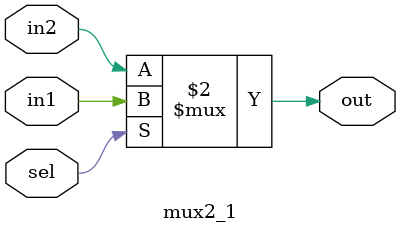
<source format=v>
module mux2_1(
    input in1,
    input in2,
    input sel,

    output out
);


assign out = (sel == 1'b1) ? in1 : in2;
    
endmodule
</source>
